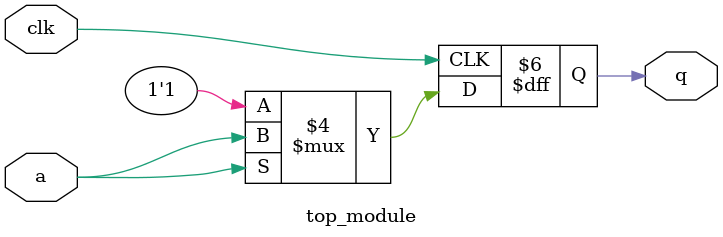
<source format=sv>
module top_module (
	input clk,
	input a, 
	output reg q
);

always @(posedge clk) begin
	if (a == 0)
		q <= 1;
	else
		q <= a;
end

endmodule

</source>
